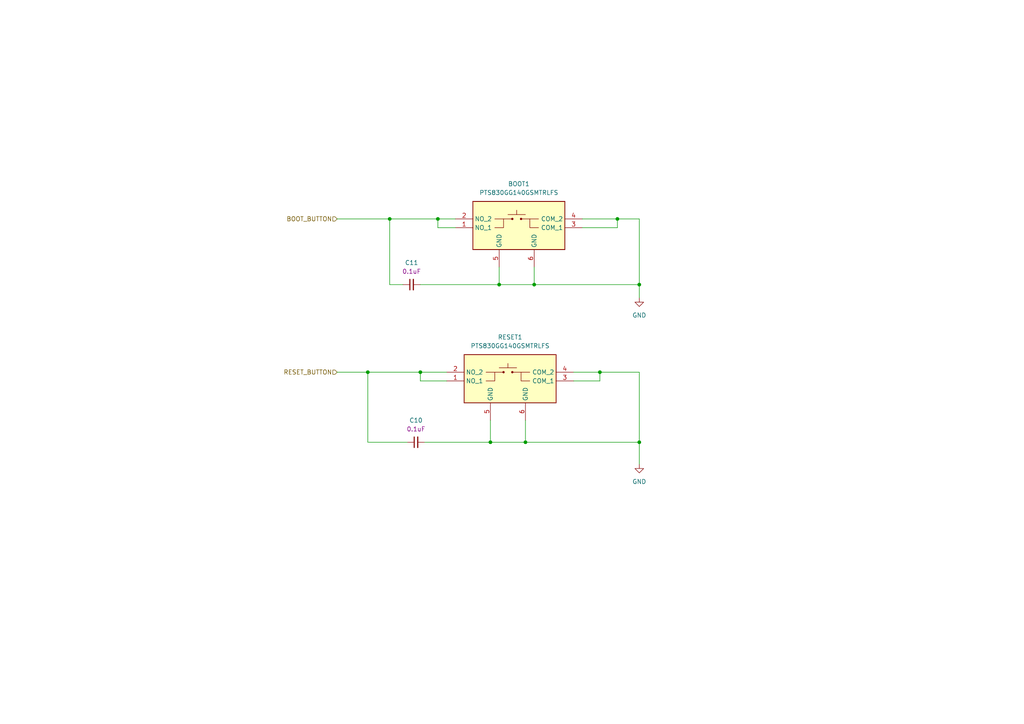
<source format=kicad_sch>
(kicad_sch (version 20230121) (generator eeschema)
  (paper "A4")
  (lib_symbols
    (symbol "downloaded_parts:CL21B104KBCNNNC" (pin_numbers hide) (pin_names (offset 0.254) hide)
      (property "Reference" "C" (at 2.794 1.778 0))
      (property "Capacitance" "0.1uF" (at 5.08 0 0))
      (symbol "CL21B104KBCNNNC_0_1"
        (polyline (pts (xy -1.524 -0.508) (xy 1.524 -0.508)) (stroke (width 0.3302)))
        (polyline (pts (xy -1.524 0.508) (xy 1.524 0.508)) (stroke (width 0.3048)))
      )
      (symbol "CL21B104KBCNNNC_1_1"
        (pin passive line (at 0 2.54 270) (length 2.032) (name "~") (number "1"))
        (pin passive line (at 0 -2.54 90) (length 2.032) (name "~") (number "2"))
      )
    )
    (symbol "downloaded_parts:PTS830GG140GSMTRLFS"
      (property "Reference" "SW" (at 5.08 10.16 0))
      (property "Value" "PTS830GG140GSMTRLFS" (at 5.08 7.62 0))
      (symbol "PTS830GG140GSMTRLFS_0_1"
        (polyline (pts (xy 11.43 0) (xy 16.51 0)))
        (polyline (pts (xy 15.24 1.27) (xy 20.32 1.27)))
        (polyline (pts (xy 17.78 1.27) (xy 17.78 2.54)))
        (polyline (pts (xy 19.05 0) (xy 24.13 0)))
        (polyline (pts (xy 11.43 -2.54) (xy 13.97 -2.54) (xy 13.97 0)))
        (polyline (pts (xy 21.59 0) (xy 21.59 -2.54) (xy 24.13 -2.54)))
      )
      (symbol "PTS830GG140GSMTRLFS_1_1"
        (rectangle (start 5.08 5.08) (end 31.75 -8.89) (stroke (width 0.254)) (fill (type background)))
        (circle (center 16.51 0) (radius 0.254) (fill (type outline)))
        (circle (center 19.05 0) (radius 0.254) (fill (type outline)))
        (pin passive line (at 0 -2.54 0) (length 5.08) (name "NO_1") (number "1"))
        (pin passive line (at 0 0 0) (length 5.08) (name "NO_2") (number "2"))
        (pin passive line (at 36.83 -2.54 180) (length 5.08) (name "COM_1") (number "3"))
        (pin passive line (at 36.83 0 180) (length 5.08) (name "COM_2") (number "4"))
        (pin passive line (at 12.7 -13.97 90) (length 5.08) (name "GND") (number "5"))
        (pin passive line (at 22.86 -13.97 90) (length 5.08) (name "GND") (number "6"))
      )
    )
    (symbol "power:GND" (power) (pin_names (offset 0))
      (property "Value" "GND" (at 0 -3.81 0))
      (symbol "GND_0_1"
        (polyline (pts (xy 0 0) (xy 0 -1.27) (xy 1.27 -1.27) (xy 0 -2.54) (xy -1.27 -1.27) (xy 0 -1.27)))
      )
      (symbol "GND_1_1"
        (pin power_in line (at 0 0 270) (length 0) hide (name "GND") (number "1"))
      )
    )
  )
  (junction (at 127 63.5))
  (junction (at 179.07 63.5))
  (junction (at 142.24 128.27))
  (junction (at 185.42 128.27))
  (junction (at 144.78 82.55))
  (junction (at 154.94 82.55))
  (junction (at 113.03 63.5))
  (junction (at 173.99 107.95))
  (junction (at 185.42 82.55))
  (junction (at 121.92 107.95))
  (junction (at 152.4 128.27))
  (junction (at 106.68 107.95))
  (wire (pts (xy 97.79 107.95) (xy 106.68 107.95)))
  (wire (pts (xy 144.78 77.47) (xy 144.78 82.55)))
  (wire (pts (xy 168.91 63.5) (xy 179.07 63.5)))
  (wire (pts (xy 121.92 110.49) (xy 121.92 107.95)))
  (wire (pts (xy 127 63.5) (xy 132.08 63.5)))
  (wire (pts (xy 168.91 66.04) (xy 179.07 66.04)))
  (wire (pts (xy 113.03 63.5) (xy 127 63.5)))
  (wire (pts (xy 113.03 82.55) (xy 116.84 82.55)))
  (wire (pts (xy 185.42 107.95) (xy 185.42 128.27)))
  (wire (pts (xy 121.92 82.55) (xy 144.78 82.55)))
  (wire (pts (xy 173.99 107.95) (xy 185.42 107.95)))
  (wire (pts (xy 179.07 63.5) (xy 185.42 63.5)))
  (wire (pts (xy 97.79 63.5) (xy 113.03 63.5)))
  (wire (pts (xy 179.07 66.04) (xy 179.07 63.5)))
  (wire (pts (xy 152.4 121.92) (xy 152.4 128.27)))
  (wire (pts (xy 166.37 107.95) (xy 173.99 107.95)))
  (wire (pts (xy 127 66.04) (xy 127 63.5)))
  (wire (pts (xy 185.42 63.5) (xy 185.42 82.55)))
  (wire (pts (xy 113.03 63.5) (xy 113.03 82.55)))
  (wire (pts (xy 173.99 110.49) (xy 173.99 107.95)))
  (wire (pts (xy 144.78 82.55) (xy 154.94 82.55)))
  (wire (pts (xy 154.94 82.55) (xy 185.42 82.55)))
  (wire (pts (xy 123.19 128.27) (xy 142.24 128.27)))
  (wire (pts (xy 142.24 128.27) (xy 152.4 128.27)))
  (wire (pts (xy 132.08 66.04) (xy 127 66.04)))
  (wire (pts (xy 142.24 121.92) (xy 142.24 128.27)))
  (wire (pts (xy 185.42 82.55) (xy 185.42 86.36)))
  (wire (pts (xy 185.42 128.27) (xy 185.42 134.62)))
  (wire (pts (xy 166.37 110.49) (xy 173.99 110.49)))
  (wire (pts (xy 106.68 107.95) (xy 106.68 128.27)))
  (wire (pts (xy 106.68 128.27) (xy 118.11 128.27)))
  (wire (pts (xy 106.68 107.95) (xy 121.92 107.95)))
  (wire (pts (xy 152.4 128.27) (xy 185.42 128.27)))
  (wire (pts (xy 154.94 77.47) (xy 154.94 82.55)))
  (wire (pts (xy 121.92 107.95) (xy 129.54 107.95)))
  (wire (pts (xy 129.54 110.49) (xy 121.92 110.49)))
  (hierarchical_label "BOOT_BUTTON" (shape input) (at 97.79 63.5 180))
  (hierarchical_label "RESET_BUTTON" (shape input) (at 97.79 107.95 180))
  (symbol (lib_id "downloaded_parts:CL21B104KBCNNNC") (at 120.65 128.27 90) (unit 1)
    (property "Reference" "C10" (at 120.6563 121.92 90))
    (property "Value" "CL21B104KBCNNNC" (effects hide))
    (property "Footprint" "dowloaded_parts:0805_cap" (effects hide))
    (property "Datasheet" "https://media.digikey.com/pdf/Data%20Sheets/Samsung%20PDFs/CL21B104KBCNNN_Spec.pdf" (effects hide))
    (property "Capacitance" "0.1uF" (at 120.6563 124.46 90))
    (property "Tolerance" "10%" (effects hide))
    (property "Voltage" "50v" (effects hide))
  )
  (symbol (lib_id "downloaded_parts:CL21B104KBCNNNC") (at 119.38 82.55 90) (unit 1)
    (property "Reference" "C11" (at 119.3863 76.2 90))
    (property "Value" "CL21B104KBCNNNC" (effects hide))
    (property "Footprint" "dowloaded_parts:0805_cap" (effects hide))
    (property "Datasheet" "https://media.digikey.com/pdf/Data%20Sheets/Samsung%20PDFs/CL21B104KBCNNN_Spec.pdf" (effects hide))
    (property "Capacitance" "0.1uF" (at 119.3863 78.74 90))
    (property "Tolerance" "10%" (effects hide))
    (property "Voltage" "50v" (effects hide))
  )
  (symbol (lib_id "downloaded_parts:PTS830GG140GSMTRLFS") (at 129.54 107.95 0) (unit 1)
    (property "Reference" "RESET1" (at 147.955 97.79 0))
    (property "Value" "PTS830GG140GSMTRLFS" (at 147.955 100.33 0))
    (property "Footprint" "PTS830GG140GSMTRLFS" (effects hide))
    (property "Datasheet" "https://www.ckswitches.com/media/1478/pts830.pdf" (effects hide))
    (property "Height" "1.5" (effects hide))
    (property "Manufacturer_Name" "C & K COMPONENTS" (effects hide))
    (property "Manufacturer_Part_Number" "PTS830GG140GSMTRLFS" (effects hide))
    (property "Mouser Part Number" "611-PTS830GG140GSMTR" (effects hide))
    (property "Mouser Price/Stock" "https://www.mouser.co.uk/ProductDetail/CK/PTS830GG140GSMTRLFS?qs=5aG0NVq1C4wwAJuPBZHG0w%3D%3D" (effects hide))
    (property "Arrow Part Number" "PTS830GG140GSMTRLFS" (effects hide))
    (property "Arrow Price/Stock" "https://www.arrow.com/en/products/pts830gg140gsmtrlfs/ck" (effects hide))
  )
  (symbol (lib_id "power:GND") (at 185.42 86.36 0) (unit 1)
    (property "Reference" "#PWR023" (effects hide))
    (property "Value" "GND" (at 185.42 91.44 0))
  )
  (symbol (lib_id "power:GND") (at 185.42 134.62 0) (unit 1)
    (property "Reference" "#PWR024" (effects hide))
    (property "Value" "GND" (at 185.42 139.7 0))
  )
  (symbol (lib_id "downloaded_parts:PTS830GG140GSMTRLFS") (at 132.08 63.5 0) (unit 1)
    (property "Reference" "BOOT1" (at 150.495 53.34 0))
    (property "Value" "PTS830GG140GSMTRLFS" (at 150.495 55.88 0))
    (property "Footprint" "PTS830GG140GSMTRLFS" (effects hide))
    (property "Datasheet" "https://www.ckswitches.com/media/1478/pts830.pdf" (effects hide))
    (property "Height" "1.5" (effects hide))
    (property "Manufacturer_Name" "C & K COMPONENTS" (effects hide))
    (property "Manufacturer_Part_Number" "PTS830GG140GSMTRLFS" (effects hide))
    (property "Mouser Part Number" "611-PTS830GG140GSMTR" (effects hide))
    (property "Mouser Price/Stock" "https://www.mouser.co.uk/ProductDetail/CK/PTS830GG140GSMTRLFS?qs=5aG0NVq1C4wwAJuPBZHG0w%3D%3D" (effects hide))
    (property "Arrow Part Number" "PTS830GG140GSMTRLFS" (effects hide))
    (property "Arrow Price/Stock" "https://www.arrow.com/en/products/pts830gg140gsmtrlfs/ck" (effects hide))
  )
)
</source>
